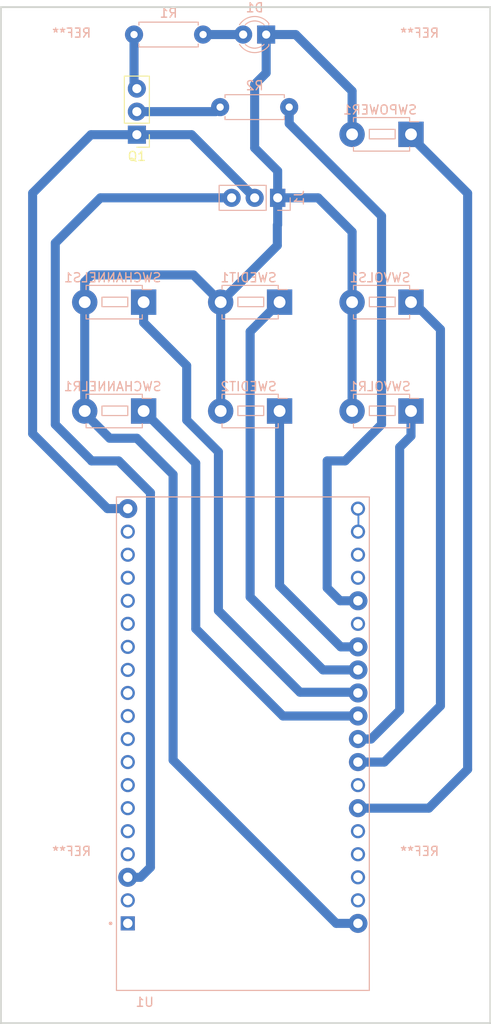
<source format=kicad_pcb>
(kicad_pcb (version 20241229) (generator "pcbnew") (generator_version "9.0")
  (layers (0 "F.Cu" signal) (2 "B.Cu" signal) (13 "F.Paste" user) (15 "B.Paste" user) (5 "F.SilkS" user "F.Silkscreen") (7 "B.SilkS" user "B.Silkscreen") (1 "F.Mask" user) (3 "B.Mask" user) (25 "Edge.Cuts" user))
  (net 0 "")
  (net 1 "Net-(D1-A)")
  (net 2 "GND")
  (net 3 "Net-(J1-Pin_2)")
  (net 4 "Net-(J1-Pin_3)")
  (net 5 "Net-(Q1-E)")
  (net 6 "Net-(Q1-B)")
  (net 7 "Net-(U1-IO2)")
  (net 8 "Net-(U1-IO5)")
  (net 9 "Net-(U1-IO17)")
  (net 10 "Net-(U1-IO16)")
  (net 11 "Net-(U1-IO4)")
  (net 12 "Net-(U1-IO21)")
  (net 13 "Net-(U1-IO19)")
  (net 14 "Net-(U1-IO18)")
  (footprint "Connector_PinHeader_2.54mm:PinHeader_1x03_P2.54mm_Vertical" (layer "F.Cu") (at 139 54.06 180)
    (property "Reference" "Q1" (at 0 -2.38 0) (layer "F.SilkS"))
    (property "Value" "BC547")
    (fp_line (start 1.38 1.27) (end 1.38 6.46) (stroke (width 0.12)) (layer "F.SilkS"))
    (fp_line (start -1.38 6.46) (end 1.38 6.46) (stroke (width 0.12)) (layer "F.SilkS"))
    (fp_line (start -1.38 1.27) (end 1.38 1.27) (stroke (width 0.12)) (layer "F.SilkS"))
    (fp_line (start -1.38 1.27) (end -1.38 6.46) (stroke (width 0.12)) (layer "F.SilkS"))
    (fp_line (start -1.38 0) (end -1.38 -1.38) (stroke (width 0.12)) (layer "F.SilkS"))
    (fp_line (start -1.38 -1.38) (end 0 -1.38) (stroke (width 0.12)) (layer "F.SilkS"))
    (pad "1" thru_hole rect (at 0 0 180) (size 2 2) (drill 1) (layers "*.Cu" "*.Mask") (net 3 "Net-(J1-Pin_2)"))
    (pad "2" thru_hole circle (at 0 2.54 180) (size 2 2) (drill 1) (layers "*.Cu" "*.Mask") (net 6 "Net-(Q1-B)"))
    (pad "3" thru_hole circle (at 0 5.08 180) (size 2 2) (drill 1) (layers "*.Cu" "*.Mask") (net 5 "Net-(Q1-E)"))
  )
  (footprint "ESP32-DEVKITC-32D:MODULE_ESP32-DEVKITC-32D" (layer "B.Cu") (at 150.7 121.24)
    (property "Reference" "U1" (at -10.829175 28.446045 0) (layer "B.SilkS") (effects (font (size 1.000386 1.000386)) (justify mirror)))
    (property "Value" "ESP32-DEVKITC-32D")
    (fp_line (start -13.95 -27.25) (end -13.95 27.15) (stroke (width 0.127)) (layer "B.SilkS"))
    (fp_line (start -13.95 27.15) (end 13.95 27.15) (stroke (width 0.127)) (layer "B.SilkS"))
    (fp_line (start 13.95 -27.25) (end -13.95 -27.25) (stroke (width 0.127)) (layer "B.SilkS"))
    (fp_line (start 13.95 27.15) (end 13.95 -27.25) (stroke (width 0.127)) (layer "B.SilkS"))
    (fp_circle (center -14.6 19.76) (end -14.5 19.76) (stroke (width 0.2)) (fill no) (layer "B.SilkS"))
    (pad "J2-1" thru_hole rect (at -12.7 19.76) (size 1.56 1.56) (drill 1.04) (layers "*.Cu" "*.Mask"))
    (pad "J2-2" thru_hole circle (at -12.7 17.22) (size 1.56 1.56) (drill 1.04) (layers "*.Cu" "*.Mask"))
    (pad "J2-3" thru_hole circle (at -12.7 14.68) (size 2.1 2.1) (drill 1.04) (layers "*.Cu" "*.Mask") (net 4 "Net-(J1-Pin_3)"))
    (pad "J2-4" thru_hole circle (at -12.7 12.14) (size 1.56 1.56) (drill 1.04) (layers "*.Cu" "*.Mask"))
    (pad "J2-5" thru_hole circle (at -12.7 9.6) (size 1.56 1.56) (drill 1.04) (layers "*.Cu" "*.Mask"))
    (pad "J2-6" thru_hole circle (at -12.7 7.06) (size 1.56 1.56) (drill 1.04) (layers "*.Cu" "*.Mask"))
    (pad "J2-7" thru_hole circle (at -12.7 4.52) (size 1.56 1.56) (drill 1.04) (layers "*.Cu" "*.Mask"))
    (pad "J2-8" thru_hole circle (at -12.7 1.98) (size 1.56 1.56) (drill 1.04) (layers "*.Cu" "*.Mask"))
    (pad "J2-9" thru_hole circle (at -12.7 -0.56) (size 1.56 1.56) (drill 1.04) (layers "*.Cu" "*.Mask"))
    (pad "J2-10" thru_hole circle (at -12.7 -3.1) (size 1.56 1.56) (drill 1.04) (layers "*.Cu" "*.Mask"))
    (pad "J2-11" thru_hole circle (at -12.7 -5.64) (size 1.56 1.56) (drill 1.04) (layers "*.Cu" "*.Mask"))
    (pad "J2-12" thru_hole circle (at -12.7 -8.18) (size 1.56 1.56) (drill 1.04) (layers "*.Cu" "*.Mask"))
    (pad "J2-13" thru_hole circle (at -12.7 -10.72) (size 1.56 1.56) (drill 1.04) (layers "*.Cu" "*.Mask"))
    (pad "J2-14" thru_hole circle (at -12.7 -13.26) (size 1.56 1.56) (drill 1.04) (layers "*.Cu" "*.Mask"))
    (pad "J2-15" thru_hole circle (at -12.7 -15.8) (size 1.56 1.56) (drill 1.04) (layers "*.Cu" "*.Mask"))
    (pad "J2-16" thru_hole circle (at -12.7 -18.34) (size 1.56 1.56) (drill 1.04) (layers "*.Cu" "*.Mask"))
    (pad "J2-17" thru_hole circle (at -12.7 -20.88) (size 1.56 1.56) (drill 1.04) (layers "*.Cu" "*.Mask"))
    (pad "J2-18" thru_hole circle (at -12.7 -23.42) (size 1.56 1.56) (drill 1.04) (layers "*.Cu" "*.Mask"))
    (pad "J2-19" thru_hole circle (at -12.7 -25.96) (size 2.1 2.1) (drill 1.04) (layers "*.Cu" "*.Mask") (net 3 "Net-(J1-Pin_2)"))
    (pad "J3-1" thru_hole circle (at 12.7 19.76) (size 2.1 2.1) (drill 1.04) (layers "*.Cu" "*.Mask") (net 2 "GND"))
    (pad "J3-2" thru_hole circle (at 12.7 17.22) (size 1.56 1.56) (drill 1.04) (layers "*.Cu" "*.Mask"))
    (pad "J3-3" thru_hole circle (at 12.7 14.68) (size 1.56 1.56) (drill 1.04) (layers "*.Cu" "*.Mask"))
    (pad "J3-4" thru_hole circle (at 12.7 12.14) (size 1.56 1.56) (drill 1.04) (layers "*.Cu" "*.Mask"))
    (pad "J3-5" thru_hole circle (at 12.7 9.6) (size 1.56 1.56) (drill 1.04) (layers "*.Cu" "*.Mask"))
    (pad "J3-6" thru_hole circle (at 12.7 7.06) (size 2 2) (drill 1.04) (layers "*.Cu" "*.Mask") (net 12 "Net-(U1-IO21)"))
    (pad "J3-7" thru_hole circle (at 12.7 4.52) (size 1.56 1.56) (drill 1.04) (layers "*.Cu" "*.Mask"))
    (pad "J3-8" thru_hole circle (at 12.7 1.98) (size 2 2) (drill 1.04) (layers "*.Cu" "*.Mask") (net 13 "Net-(U1-IO19)"))
    (pad "J3-9" thru_hole circle (at 12.7 -0.56) (size 2 2) (drill 1.04) (layers "*.Cu" "*.Mask") (net 14 "Net-(U1-IO18)"))
    (pad "J3-10" thru_hole circle (at 12.7 -3.1) (size 2.1 2.1) (drill 1.04) (layers "*.Cu" "*.Mask") (net 8 "Net-(U1-IO5)"))
    (pad "J3-11" thru_hole circle (at 12.7 -5.64) (size 2.1 2.1) (drill 1.04) (layers "*.Cu" "*.Mask") (net 9 "Net-(U1-IO17)"))
    (pad "J3-12" thru_hole circle (at 12.7 -8.18) (size 2.1 2.1) (drill 1.04) (layers "*.Cu" "*.Mask") (net 10 "Net-(U1-IO16)"))
    (pad "J3-13" thru_hole circle (at 12.7 -10.72) (size 2.1 2.1) (drill 1.04) (layers "*.Cu" "*.Mask") (net 11 "Net-(U1-IO4)"))
    (pad "J3-14" thru_hole circle (at 12.7 -13.26) (size 1.56 1.56) (drill 1.04) (layers "*.Cu" "*.Mask"))
    (pad "J3-15" thru_hole circle (at 12.7 -15.8) (size 2.1 2.1) (drill 1.04) (layers "*.Cu" "*.Mask") (net 7 "Net-(U1-IO2)"))
    (pad "J3-16" thru_hole circle (at 12.7 -18.34) (size 1.56 1.56) (drill 1.04) (layers "*.Cu" "*.Mask"))
    (pad "J3-17" thru_hole circle (at 12.7 -20.88) (size 1.56 1.56) (drill 1.04) (layers "*.Cu" "*.Mask"))
    (pad "J3-18" thru_hole circle (at 12.7 -23.42) (size 1.56 1.56) (drill 1.04) (layers "*.Cu" "*.Mask"))
    (pad "J3-19" thru_hole circle (at 12.7 -25.96) (size 1.56 1.56) (drill 1.04) (layers "*.Cu" "*.Mask"))
  )
  (footprint "Resistor_THT:R_Axial_DIN0207_L6.3mm_D2.5mm_P7.62mm_Horizontal" (layer "B.Cu") (at 155.81 51.02 180)
    (property "Reference" "R2" (at 3.81 2.37 0) (layer "B.SilkS") (effects (justify mirror)))
    (property "Value" "330")
    (fp_line (start 7.08 1.37) (end 7.08 1.04) (stroke (width 0.12)) (layer "B.SilkS"))
    (fp_line (start 7.08 -1.37) (end 7.08 -1.04) (stroke (width 0.12)) (layer "B.SilkS"))
    (fp_line (start 0.54 1.37) (end 7.08 1.37) (stroke (width 0.12)) (layer "B.SilkS"))
    (fp_line (start 0.54 1.04) (end 0.54 1.37) (stroke (width 0.12)) (layer "B.SilkS"))
    (fp_line (start 0.54 -1.04) (end 0.54 -1.37) (stroke (width 0.12)) (layer "B.SilkS"))
    (fp_line (start 0.54 -1.37) (end 7.08 -1.37) (stroke (width 0.12)) (layer "B.SilkS"))
    (pad "1" thru_hole circle (at 0 0 180) (size 2 2) (drill 0.8) (layers "*.Cu" "*.Mask") (net 7 "Net-(U1-IO2)"))
    (pad "2" thru_hole circle (at 7.62 0 180) (size 2 2) (drill 0.8) (layers "*.Cu" "*.Mask") (net 6 "Net-(Q1-B)"))
  )
  (footprint "Button_Switch_THT:SW_PUSH_1P1T_6x3.5mm_H5.0_APEM_MJTP1250" (layer "B.Cu") (at 169.25 54.02 180)
    (property "Reference" "SWPOWER1" (at 3.42 2.7 0) (layer "B.SilkS") (effects (justify mirror)))
    (property "Value" "SW_Push")
    (fp_line (start 6.35 1.85) (end 6.35 1.39) (stroke (width 0.12)) (layer "B.SilkS"))
    (fp_line (start 6.35 1.85) (end 0.15 1.85) (stroke (width 0.12)) (layer "B.SilkS"))
    (fp_line (start 6.35 -1.39) (end 6.35 -1.85) (stroke (width 0.12)) (layer "B.SilkS"))
    (fp_line (start 0.15 1.85) (end 0.15 1.39) (stroke (width 0.12)) (layer "B.SilkS"))
    (fp_line (start 0.15 1.39) (end -0.85 1.39) (stroke (width 0.12)) (layer "B.SilkS"))
    (fp_line (start 0.15 -1.39) (end 0.15 -1.85) (stroke (width 0.12)) (layer "B.SilkS"))
    (fp_line (start 0.15 -1.85) (end 6.35 -1.85) (stroke (width 0.12)) (layer "B.SilkS"))
    (fp_rect (start 1.75 0.55) (end 4.6 -0.5) (stroke (width 0.12)) (fill no) (layer "B.SilkS"))
    (pad "1" thru_hole rect (at 0 0 90) (size 2.8 2.8) (drill 1.3) (layers "*.Cu" "*.Mask") (net 12 "Net-(U1-IO21)"))
    (pad "2" thru_hole circle (at 6.5 0 90) (size 2.8 2.8) (drill 1.3) (layers "*.Cu" "*.Mask") (net 2 "GND"))
  )
  (footprint "Button_Switch_THT:SW_PUSH_1P1T_6x3.5mm_H5.0_APEM_MJTP1250" (layer "B.Cu") (at 139.75 84.52 180)
    (property "Reference" "SWCHANNELR1" (at 3.42 2.7 0) (layer "B.SilkS") (effects (justify mirror)))
    (property "Value" "SW_Push")
    (fp_line (start 6.35 1.85) (end 6.35 1.39) (stroke (width 0.12)) (layer "B.SilkS"))
    (fp_line (start 6.35 1.85) (end 0.15 1.85) (stroke (width 0.12)) (layer "B.SilkS"))
    (fp_line (start 6.35 -1.39) (end 6.35 -1.85) (stroke (width 0.12)) (layer "B.SilkS"))
    (fp_line (start 0.15 1.85) (end 0.15 1.39) (stroke (width 0.12)) (layer "B.SilkS"))
    (fp_line (start 0.15 1.39) (end -0.85 1.39) (stroke (width 0.12)) (layer "B.SilkS"))
    (fp_line (start 0.15 -1.39) (end 0.15 -1.85) (stroke (width 0.12)) (layer "B.SilkS"))
    (fp_line (start 0.15 -1.85) (end 6.35 -1.85) (stroke (width 0.12)) (layer "B.SilkS"))
    (fp_rect (start 1.75 0.55) (end 4.6 -0.5) (stroke (width 0.12)) (fill no) (layer "B.SilkS"))
    (pad "1" thru_hole rect (at 0 0 90) (size 2.8 2.8) (drill 1.3) (layers "*.Cu" "*.Mask") (net 8 "Net-(U1-IO5)"))
    (pad "2" thru_hole circle (at 6.5 0 90) (size 2.8 2.8) (drill 1.3) (layers "*.Cu" "*.Mask") (net 2 "GND"))
  )
  (footprint "Button_Switch_THT:SW_PUSH_1P1T_6x3.5mm_H5.0_APEM_MJTP1250" (layer "B.Cu") (at 169.25 84.52 180)
    (property "Reference" "SWVOLR1" (at 3.42 2.7 0) (layer "B.SilkS") (effects (justify mirror)))
    (property "Value" "SW_Push")
    (fp_line (start 6.35 1.85) (end 6.35 1.39) (stroke (width 0.12)) (layer "B.SilkS"))
    (fp_line (start 6.35 1.85) (end 0.15 1.85) (stroke (width 0.12)) (layer "B.SilkS"))
    (fp_line (start 6.35 -1.39) (end 6.35 -1.85) (stroke (width 0.12)) (layer "B.SilkS"))
    (fp_line (start 0.15 1.85) (end 0.15 1.39) (stroke (width 0.12)) (layer "B.SilkS"))
    (fp_line (start 0.15 1.39) (end -0.85 1.39) (stroke (width 0.12)) (layer "B.SilkS"))
    (fp_line (start 0.15 -1.39) (end 0.15 -1.85) (stroke (width 0.12)) (layer "B.SilkS"))
    (fp_line (start 0.15 -1.85) (end 6.35 -1.85) (stroke (width 0.12)) (layer "B.SilkS"))
    (fp_rect (start 1.75 0.55) (end 4.6 -0.5) (stroke (width 0.12)) (fill no) (layer "B.SilkS"))
    (pad "1" thru_hole rect (at 0 0 90) (size 2.8 2.8) (drill 1.3) (layers "*.Cu" "*.Mask") (net 14 "Net-(U1-IO18)"))
    (pad "2" thru_hole circle (at 6.5 0 90) (size 2.8 2.8) (drill 1.3) (layers "*.Cu" "*.Mask") (net 2 "GND"))
  )
  (footprint "Connector_PinHeader_2.54mm:PinHeader_1x03_P2.54mm_Vertical" (layer "B.Cu") (at 154.54 61.02 90)
    (property "Reference" "J1" (at 0 2.38 90) (layer "B.SilkS") (effects (justify mirror)))
    (property "Value" "Conn_01x03_Socket")
    (fp_line (start -1.38 -6.46) (end 1.38 -6.46) (stroke (width 0.12)) (layer "B.SilkS"))
    (fp_line (start 1.38 -1.27) (end 1.38 -6.46) (stroke (width 0.12)) (layer "B.SilkS"))
    (fp_line (start -1.38 -1.27) (end -1.38 -6.46) (stroke (width 0.12)) (layer "B.SilkS"))
    (fp_line (start -1.38 -1.27) (end 1.38 -1.27) (stroke (width 0.12)) (layer "B.SilkS"))
    (fp_line (start -1.38 0) (end -1.38 1.38) (stroke (width 0.12)) (layer "B.SilkS"))
    (fp_line (start -1.38 1.38) (end 0 1.38) (stroke (width 0.12)) (layer "B.SilkS"))
    (pad "1" thru_hole rect (at 0 0 90) (size 2 1.7) (drill 1) (layers "*.Cu" "*.Mask") (net 2 "GND"))
    (pad "2" thru_hole circle (at 0 -2.54 90) (size 2 2) (drill 1) (layers "*.Cu" "*.Mask") (net 3 "Net-(J1-Pin_2)"))
    (pad "3" thru_hole circle (at 0 -5.08 90) (size 2 2) (drill 1) (layers "*.Cu" "*.Mask") (net 4 "Net-(J1-Pin_3)"))
  )
  (footprint "MountingHole:MountingHole_3mm" (layer "B.Cu") (at 131.8 137 180)
    (property "Reference" "REF**" (at 0 3.95 0) (layer "B.SilkS") (effects (justify mirror)))
    (property "Value" "MountingHole_3mm")
    (pad "" np_thru_hole circle (at 0 0 180) (size 3 3) (drill 3) (layers "*.Cu" "*.Mask"))
  )
  (footprint "LED_THT:LED_D3.0mm_IRBlack" (layer "B.Cu") (at 153.27 43.02 180)
    (property "Reference" "D1" (at 1.27 2.96 0) (layer "B.SilkS") (effects (justify mirror)))
    (property "Value" "IR204A")
    (fp_line (start -0.29 1.236) (end -0.29 1.08) (stroke (width 0.12)) (layer "B.SilkS"))
    (fp_line (start -0.29 -1.08) (end -0.29 -1.236) (stroke (width 0.12)) (layer "B.SilkS"))
    (fp_arc (start 2.941437 1.08) (mid 1.36566 1.9877) (end -0.29 1.235516) (stroke (width 0.12)) (layer "B.SilkS"))
    (fp_arc (start 2.310961 1.08) (mid 1.27 1.5) (end 0.229039 1.08) (stroke (width 0.12)) (layer "B.SilkS"))
    (fp_arc (start 0.229039 -1.08) (mid 1.27 -1.5) (end 2.310961 -1.08) (stroke (width 0.12)) (layer "B.SilkS"))
    (fp_arc (start -0.29 -1.235516) (mid 1.36566 -1.987699) (end 2.941437 -1.08) (stroke (width 0.12)) (layer "B.SilkS"))
    (pad "1" thru_hole rect (at 0 0 180) (size 2 2) (drill 0.9) (layers "*.Cu" "*.Mask") (net 2 "GND"))
    (pad "2" thru_hole circle (at 2.54 0 180) (size 2 2) (drill 0.9) (layers "*.Cu" "*.Mask") (net 1 "Net-(D1-A)"))
  )
  (footprint "MountingHole:MountingHole_3mm" (layer "B.Cu") (at 131.8 46.8 180)
    (property "Reference" "REF**" (at 0 3.95 0) (layer "B.SilkS") (effects (justify mirror)))
    (property "Value" "MountingHole_3mm")
    (pad "" np_thru_hole circle (at 0 0 180) (size 3 3) (drill 3) (layers "*.Cu" "*.Mask"))
  )
  (footprint "MountingHole:MountingHole_3mm" (layer "B.Cu") (at 170.2 137 180)
    (property "Reference" "REF**" (at 0 3.95 0) (layer "B.SilkS") (effects (justify mirror)))
    (property "Value" "MountingHole_3mm")
    (pad "" np_thru_hole circle (at 0 0 180) (size 3 3) (drill 3) (layers "*.Cu" "*.Mask"))
  )
  (footprint "Button_Switch_THT:SW_PUSH_1P1T_6x3.5mm_H5.0_APEM_MJTP1250" (layer "B.Cu") (at 139.75 72.52 180)
    (property "Reference" "SWCHANNELS1" (at 3.42 2.7 0) (layer "B.SilkS") (effects (justify mirror)))
    (property "Value" "SW_Push")
    (fp_line (start 6.35 1.85) (end 6.35 1.39) (stroke (width 0.12)) (layer "B.SilkS"))
    (fp_line (start 6.35 1.85) (end 0.15 1.85) (stroke (width 0.12)) (layer "B.SilkS"))
    (fp_line (start 6.35 -1.39) (end 6.35 -1.85) (stroke (width 0.12)) (layer "B.SilkS"))
    (fp_line (start 0.15 1.85) (end 0.15 1.39) (stroke (width 0.12)) (layer "B.SilkS"))
    (fp_line (start 0.15 1.39) (end -0.85 1.39) (stroke (width 0.12)) (layer "B.SilkS"))
    (fp_line (start 0.15 -1.39) (end 0.15 -1.85) (stroke (width 0.12)) (layer "B.SilkS"))
    (fp_line (start 0.15 -1.85) (end 6.35 -1.85) (stroke (width 0.12)) (layer "B.SilkS"))
    (fp_rect (start 1.75 0.55) (end 4.6 -0.5) (stroke (width 0.12)) (fill no) (layer "B.SilkS"))
    (pad "1" thru_hole rect (at 0 0 90) (size 2.8 2.8) (drill 1.3) (layers "*.Cu" "*.Mask") (net 9 "Net-(U1-IO17)"))
    (pad "2" thru_hole circle (at 6.5 0 90) (size 2.8 2.8) (drill 1.3) (layers "*.Cu" "*.Mask") (net 2 "GND"))
  )
  (footprint "MountingHole:MountingHole_3mm" (layer "B.Cu") (at 170.2 46.8 180)
    (property "Reference" "REF**" (at 0 3.95 0) (layer "B.SilkS") (effects (justify mirror)))
    (property "Value" "MountingHole_3mm")
    (pad "" np_thru_hole circle (at 0 0 180) (size 3 3) (drill 3) (layers "*.Cu" "*.Mask"))
  )
  (footprint "Button_Switch_THT:SW_PUSH_1P1T_6x3.5mm_H5.0_APEM_MJTP1250" (layer "B.Cu") (at 154.75 84.52 180)
    (property "Reference" "SWEDIT2" (at 3.42 2.7 0) (layer "B.SilkS") (effects (justify mirror)))
    (property "Value" "SW_Push")
    (fp_line (start 6.35 1.85) (end 6.35 1.39) (stroke (width 0.12)) (layer "B.SilkS"))
    (fp_line (start 6.35 1.85) (end 0.15 1.85) (stroke (width 0.12)) (layer "B.SilkS"))
    (fp_line (start 6.35 -1.39) (end 6.35 -1.85) (stroke (width 0.12)) (layer "B.SilkS"))
    (fp_line (start 0.15 1.85) (end 0.15 1.39) (stroke (width 0.12)) (layer "B.SilkS"))
    (fp_line (start 0.15 1.39) (end -0.85 1.39) (stroke (width 0.12)) (layer "B.SilkS"))
    (fp_line (start 0.15 -1.39) (end 0.15 -1.85) (stroke (width 0.12)) (layer "B.SilkS"))
    (fp_line (start 0.15 -1.85) (end 6.35 -1.85) (stroke (width 0.12)) (layer "B.SilkS"))
    (fp_rect (start 1.75 0.55) (end 4.6 -0.5) (stroke (width 0.12)) (fill no) (layer "B.SilkS"))
    (pad "1" thru_hole rect (at 0 0 90) (size 2.8 2.8) (drill 1.3) (layers "*.Cu" "*.Mask") (net 11 "Net-(U1-IO4)"))
    (pad "2" thru_hole circle (at 6.5 0 90) (size 2.8 2.8) (drill 1.3) (layers "*.Cu" "*.Mask") (net 2 "GND"))
  )
  (footprint "Resistor_THT:R_Axial_DIN0207_L6.3mm_D2.5mm_P7.62mm_Horizontal" (layer "B.Cu") (at 146.31 43.02 180)
    (property "Reference" "R1" (at 3.81 2.37 0) (layer "B.SilkS") (effects (justify mirror)))
    (property "Value" "20")
    (fp_line (start 7.08 1.37) (end 7.08 1.04) (stroke (width 0.12)) (layer "B.SilkS"))
    (fp_line (start 7.08 -1.37) (end 7.08 -1.04) (stroke (width 0.12)) (layer "B.SilkS"))
    (fp_line (start 0.54 1.37) (end 7.08 1.37) (stroke (width 0.12)) (layer "B.SilkS"))
    (fp_line (start 0.54 1.04) (end 0.54 1.37) (stroke (width 0.12)) (layer "B.SilkS"))
    (fp_line (start 0.54 -1.04) (end 0.54 -1.37) (stroke (width 0.12)) (layer "B.SilkS"))
    (fp_line (start 0.54 -1.37) (end 7.08 -1.37) (stroke (width 0.12)) (layer "B.SilkS"))
    (pad "1" thru_hole circle (at 0 0 180) (size 2 2) (drill 0.8) (layers "*.Cu" "*.Mask") (net 1 "Net-(D1-A)"))
    (pad "2" thru_hole circle (at 7.62 0 180) (size 2 2) (drill 0.8) (layers "*.Cu" "*.Mask") (net 5 "Net-(Q1-E)"))
  )
  (footprint "Button_Switch_THT:SW_PUSH_1P1T_6x3.5mm_H5.0_APEM_MJTP1250" (layer "B.Cu") (at 169.25 72.52 180)
    (property "Reference" "SWVOLS1" (at 3.42 2.7 0) (layer "B.SilkS") (effects (justify mirror)))
    (property "Value" "SW_Push")
    (fp_line (start 6.35 1.85) (end 6.35 1.39) (stroke (width 0.12)) (layer "B.SilkS"))
    (fp_line (start 6.35 1.85) (end 0.15 1.85) (stroke (width 0.12)) (layer "B.SilkS"))
    (fp_line (start 6.35 -1.39) (end 6.35 -1.85) (stroke (width 0.12)) (layer "B.SilkS"))
    (fp_line (start 0.15 1.85) (end 0.15 1.39) (stroke (width 0.12)) (layer "B.SilkS"))
    (fp_line (start 0.15 1.39) (end -0.85 1.39) (stroke (width 0.12)) (layer "B.SilkS"))
    (fp_line (start 0.15 -1.39) (end 0.15 -1.85) (stroke (width 0.12)) (layer "B.SilkS"))
    (fp_line (start 0.15 -1.85) (end 6.35 -1.85) (stroke (width 0.12)) (layer "B.SilkS"))
    (fp_rect (start 1.75 0.55) (end 4.6 -0.5) (stroke (width 0.12)) (fill no) (layer "B.SilkS"))
    (pad "1" thru_hole rect (at 0 0 90) (size 2.8 2.8) (drill 1.3) (layers "*.Cu" "*.Mask") (net 13 "Net-(U1-IO19)"))
    (pad "2" thru_hole circle (at 6.5 0 90) (size 2.8 2.8) (drill 1.3) (layers "*.Cu" "*.Mask") (net 2 "GND"))
  )
  (footprint "Button_Switch_THT:SW_PUSH_1P1T_6x3.5mm_H5.0_APEM_MJTP1250" (layer "B.Cu") (at 154.75 72.52 180)
    (property "Reference" "SWEDIT1" (at 3.42 2.7 0) (layer "B.SilkS") (effects (justify mirror)))
    (property "Value" "SW_Push")
    (fp_line (start 6.35 1.85) (end 6.35 1.39) (stroke (width 0.12)) (layer "B.SilkS"))
    (fp_line (start 6.35 1.85) (end 0.15 1.85) (stroke (width 0.12)) (layer "B.SilkS"))
    (fp_line (start 6.35 -1.39) (end 6.35 -1.85) (stroke (width 0.12)) (layer "B.SilkS"))
    (fp_line (start 0.15 1.85) (end 0.15 1.39) (stroke (width 0.12)) (layer "B.SilkS"))
    (fp_line (start 0.15 1.39) (end -0.85 1.39) (stroke (width 0.12)) (layer "B.SilkS"))
    (fp_line (start 0.15 -1.39) (end 0.15 -1.85) (stroke (width 0.12)) (layer "B.SilkS"))
    (fp_line (start 0.15 -1.85) (end 6.35 -1.85) (stroke (width 0.12)) (layer "B.SilkS"))
    (fp_rect (start 1.75 0.55) (end 4.6 -0.5) (stroke (width 0.12)) (fill no) (layer "B.SilkS"))
    (pad "1" thru_hole rect (at 0 0 90) (size 2.8 2.8) (drill 1.3) (layers "*.Cu" "*.Mask") (net 10 "Net-(U1-IO16)"))
    (pad "2" thru_hole circle (at 6.5 0 90) (size 2.8 2.8) (drill 1.3) (layers "*.Cu" "*.Mask") (net 2 "GND"))
  )
  (gr_line (start 163.45 97.85) (end 163.45 95.25) (stroke (width 0.2)) (layer "B.Cu"))
  (gr_line (start 124 40) (end 124 152) (stroke (width 0.2)) (layer "Edge.Cuts"))
  (gr_line (start 178 40) (end 124 40) (stroke (width 0.2)) (layer "Edge.Cuts"))
  (gr_line (start 178 152) (end 178 40) (stroke (width 0.2)) (layer "Edge.Cuts"))
  (gr_line (start 124 152) (end 178 152) (stroke (width 0.2)) (layer "Edge.Cuts"))
  (segment (start 150.73 43.02) (end 146.31 43.02) (width 1) (layer "B.Cu") (net 1))
  (segment (start 159 61.02) (end 162.75 64.77) (width 1) (layer "B.Cu") (net 2))
  (segment (start 152 48.52) (end 153.27 47.25) (width 1) (layer "B.Cu") (net 2))
  (segment (start 162.75 72.52) (end 162.75 84.52) (width 1) (layer "B.Cu") (net 2))
  (segment (start 133.25 84.77) (end 136 87.52) (width 1) (layer "B.Cu") (net 2))
  (segment (start 154.5 66.27) (end 154.5 64.02) (width 1) (layer "B.Cu") (net 2))
  (segment (start 136 87.52) (end 139 87.52) (width 1) (layer "B.Cu") (net 2))
  (segment (start 148.25 72.52) (end 148.25 84.52) (width 1) (layer "B.Cu") (net 2))
  (segment (start 154.54 63.98) (end 154.54 61.02) (width 1) (layer "B.Cu") (net 2))
  (segment (start 133.25 72.52) (end 133.25 84.52) (width 1) (layer "B.Cu") (net 2))
  (segment (start 145.25 69.52) (end 148.25 72.52) (width 1) (layer "B.Cu") (net 2))
  (segment (start 133.25 70.27) (end 134 69.52) (width 1) (layer "B.Cu") (net 2))
  (segment (start 154.54 61.02) (end 154.54 58.06) (width 1) (layer "B.Cu") (net 2))
  (segment (start 162.75 49.25) (end 162.75 54.02) (width 1) (layer "B.Cu") (net 2))
  (segment (start 134 69.52) (end 145.25 69.52) (width 1) (layer "B.Cu") (net 2))
  (segment (start 153.27 47.25) (end 153.27 43.02) (width 1) (layer "B.Cu") (net 2))
  (segment (start 156.52 43.02) (end 162.75 49.25) (width 1) (layer "B.Cu") (net 2))
  (segment (start 154.54 61.02) (end 159 61.02) (width 1) (layer "B.Cu") (net 2))
  (segment (start 153.27 43.02) (end 156.52 43.02) (width 1) (layer "B.Cu") (net 2))
  (segment (start 154.5 64.02) (end 154.54 63.98) (width 1) (layer "B.Cu") (net 2))
  (segment (start 143 91.52) (end 143 123) (width 1) (layer "B.Cu") (net 2))
  (segment (start 154.54 58.06) (end 152 55.52) (width 1) (layer "B.Cu") (net 2))
  (segment (start 148.25 72.52) (end 154.5 66.27) (width 1) (layer "B.Cu") (net 2))
  (segment (start 133.25 72.52) (end 133.25 70.27) (width 1) (layer "B.Cu") (net 2))
  (segment (start 162.75 64.77) (end 162.75 72.52) (width 1) (layer "B.Cu") (net 2))
  (segment (start 161 141) (end 163.4 141) (width 1) (layer "B.Cu") (net 2))
  (segment (start 139 87.52) (end 143 91.52) (width 1) (layer "B.Cu") (net 2))
  (segment (start 143 123) (end 161 141) (width 1) (layer "B.Cu") (net 2))
  (segment (start 152 55.52) (end 152 48.52) (width 1) (layer "B.Cu") (net 2))
  (segment (start 133.25 84.52) (end 133.25 84.77) (width 1) (layer "B.Cu") (net 2))
  (segment (start 139 54.06) (end 145.04 54.06) (width 1) (layer "B.Cu") (net 3))
  (segment (start 135.76 95.28) (end 138 95.28) (width 1) (layer "B.Cu") (net 3))
  (segment (start 145.04 54.06) (end 152 61.02) (width 1) (layer "B.Cu") (net 3))
  (segment (start 139 54.06) (end 133.94 54.06) (width 1) (layer "B.Cu") (net 3))
  (segment (start 127.5 87.02) (end 135.76 95.28) (width 1) (layer "B.Cu") (net 3))
  (segment (start 127.5 60.5) (end 127.5 87.02) (width 1) (layer "B.Cu") (net 3))
  (segment (start 133.94 54.06) (end 127.5 60.5) (width 1) (layer "B.Cu") (net 3))
  (segment (start 134 90.02) (end 137 90.02) (width 1) (layer "B.Cu") (net 4))
  (segment (start 137 90.02) (end 140.5 93.52) (width 1) (layer "B.Cu") (net 4))
  (segment (start 140.5 134.82) (end 139.4 135.92) (width 1) (layer "B.Cu") (net 4))
  (segment (start 134.98 61.02) (end 130 66) (width 1) (layer "B.Cu") (net 4))
  (segment (start 140.5 93.52) (end 140.5 134.82) (width 1) (layer "B.Cu") (net 4))
  (segment (start 130 86) (end 134.01 90.01) (width 1) (layer "B.Cu") (net 4))
  (segment (start 149.46 61.02) (end 134.98 61.02) (width 1) (layer "B.Cu") (net 4))
  (segment (start 139.4 135.92) (end 138 135.92) (width 1) (layer "B.Cu") (net 4))
  (segment (start 130 66) (end 130 86) (width 1) (layer "B.Cu") (net 4))
  (segment (start 134.01 90.01) (end 134 90.02) (width 1) (layer "B.Cu") (net 4))
  (segment (start 138.69 43.02) (end 138.69 48.67) (width 1) (layer "B.Cu") (net 5))
  (segment (start 138.69 48.67) (end 139 48.98) (width 1) (layer "B.Cu") (net 5))
  (segment (start 147.69 51.52) (end 148.19 51.02) (width 1) (layer "B.Cu") (net 6))
  (segment (start 139 51.52) (end 147.69 51.52) (width 1) (layer "B.Cu") (net 6))
  (segment (start 161.42 105.44) (end 163.4 105.44) (width 1) (layer "B.Cu") (net 7))
  (segment (start 166 86) (end 161.98 90.02) (width 1) (layer "B.Cu") (net 7))
  (segment (start 155.81 52.83) (end 166 63.02) (width 1) (layer "B.Cu") (net 7))
  (segment (start 160 90.02) (end 160 104.02) (width 1) (layer "B.Cu") (net 7))
  (segment (start 155.81 51.02) (end 155.81 52.83) (width 1) (layer "B.Cu") (net 7))
  (segment (start 161.98 90.02) (end 160 90.02) (width 1) (layer "B.Cu") (net 7))
  (segment (start 166 63.02) (end 166 86) (width 1) (layer "B.Cu") (net 7))
  (segment (start 160 104.02) (end 161.42 105.44) (width 1) (layer "B.Cu") (net 7))
  (segment (start 145.5 108.52) (end 145.5 90.27) (width 1) (layer "B.Cu") (net 8))
  (segment (start 155.12 118.14) (end 145.5 108.52) (width 1) (layer "B.Cu") (net 8))
  (segment (start 163.4 118.14) (end 155.12 118.14) (width 1) (layer "B.Cu") (net 8))
  (segment (start 145.5 90.27) (end 139.75 84.52) (width 1) (layer "B.Cu") (net 8))
  (segment (start 144.5 79.52) (end 144.5 85.52) (width 1) (layer "B.Cu") (net 9))
  (segment (start 139.75 74.77) (end 144.5 79.52) (width 1) (layer "B.Cu") (net 9))
  (segment (start 157 115.52) (end 163.32 115.52) (width 1) (layer "B.Cu") (net 9))
  (segment (start 139.75 72.52) (end 139.75 74.77) (width 1) (layer "B.Cu") (net 9))
  (segment (start 148 89.02) (end 148 106.52) (width 1) (layer "B.Cu") (net 9))
  (segment (start 163.32 115.52) (end 163.4 115.6) (width 1) (layer "B.Cu") (net 9))
  (segment (start 144.5 85.52) (end 148 89.02) (width 1) (layer "B.Cu") (net 9))
  (segment (start 148 106.52) (end 157 115.52) (width 1) (layer "B.Cu") (net 9))
  (segment (start 163.4 113.06) (end 159.54 113.06) (width 1) (layer "B.Cu") (net 10))
  (segment (start 151.5 75.77) (end 154.75 72.52) (width 1) (layer "B.Cu") (net 10))
  (segment (start 151.5 105.02) (end 151.5 75.77) (width 1) (layer "B.Cu") (net 10))
  (segment (start 159.54 113.06) (end 151.5 105.02) (width 1) (layer "B.Cu") (net 10))
  (segment (start 161.5 110.52) (end 154.75 103.77) (width 1) (layer "B.Cu") (net 11))
  (segment (start 163.4 110.52) (end 161.5 110.52) (width 1) (layer "B.Cu") (net 11))
  (segment (start 154.75 103.77) (end 154.75 84.52) (width 1) (layer "B.Cu") (net 11))
  (segment (start 175.5 124.02) (end 171.22 128.3) (width 1) (layer "B.Cu") (net 12))
  (segment (start 175.5 60.52) (end 175.5 124.02) (width 1) (layer "B.Cu") (net 12))
  (segment (start 171.22 128.3) (end 163.4 128.3) (width 1) (layer "B.Cu") (net 12))
  (segment (start 169.25 54.02) (end 169.25 54.27) (width 1) (layer "B.Cu") (net 12))
  (segment (start 169.25 54.27) (end 175.5 60.52) (width 1) (layer "B.Cu") (net 12))
  (segment (start 172.5 75.52) (end 172.5 117.02) (width 1) (layer "B.Cu") (net 13))
  (segment (start 169.25 72.52) (end 169.5 72.52) (width 1) (layer "B.Cu") (net 13))
  (segment (start 169.25 72.52) (end 169.25 72.77) (width 1) (layer "B.Cu") (net 13))
  (segment (start 166.3 123.22) (end 163.4 123.22) (width 1) (layer "B.Cu") (net 13))
  (segment (start 169.5 72.52) (end 172.5 75.52) (width 1) (layer "B.Cu") (net 13))
  (segment (start 172.5 117.02) (end 166.3 123.22) (width 1) (layer "B.Cu") (net 13))
  (segment (start 169.25 87.27) (end 168 88.52) (width 1) (layer "B.Cu") (net 14))
  (segment (start 168 88.52) (end 168 117.52) (width 1) (layer "B.Cu") (net 14))
  (segment (start 169.25 84.52) (end 169.25 87.27) (width 1) (layer "B.Cu") (net 14))
  (segment (start 169.5 84.77) (end 169.25 84.52) (width 1) (layer "B.Cu") (net 14))
  (segment (start 164.84 120.68) (end 163.4 120.68) (width 1) (layer "B.Cu") (net 14))
  (segment (start 168 117.52) (end 164.84 120.68) (width 1) (layer "B.Cu") (net 14))
)
</source>
